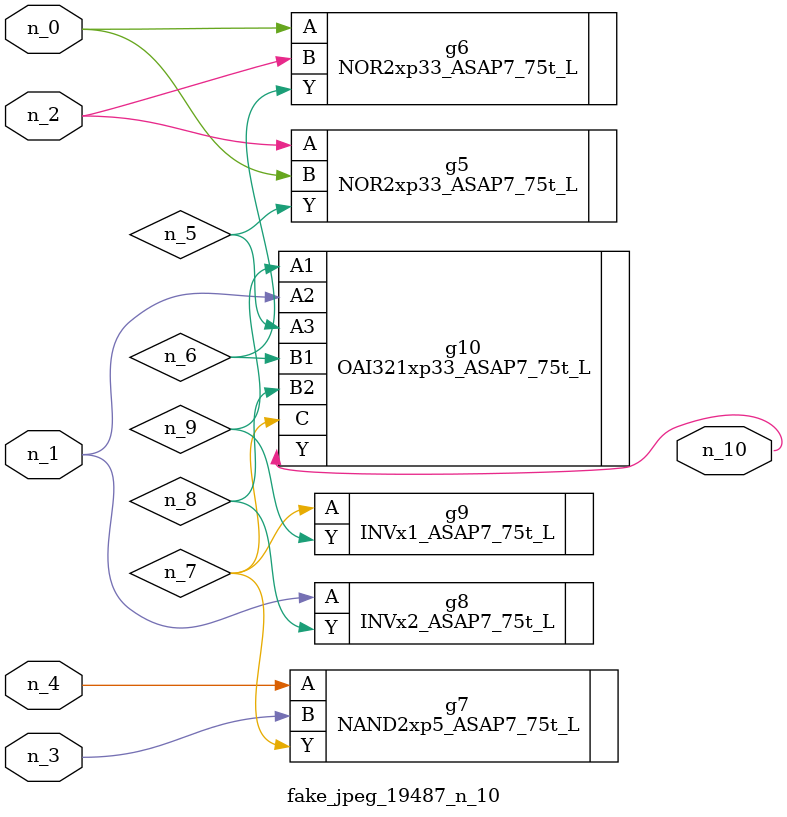
<source format=v>
module fake_jpeg_19487_n_10 (n_3, n_2, n_1, n_0, n_4, n_10);

input n_3;
input n_2;
input n_1;
input n_0;
input n_4;

output n_10;

wire n_8;
wire n_9;
wire n_6;
wire n_5;
wire n_7;

NOR2xp33_ASAP7_75t_L g5 ( 
.A(n_2),
.B(n_0),
.Y(n_5)
);

NOR2xp33_ASAP7_75t_L g6 ( 
.A(n_0),
.B(n_2),
.Y(n_6)
);

NAND2xp5_ASAP7_75t_L g7 ( 
.A(n_4),
.B(n_3),
.Y(n_7)
);

INVx2_ASAP7_75t_L g8 ( 
.A(n_1),
.Y(n_8)
);

INVx1_ASAP7_75t_L g9 ( 
.A(n_7),
.Y(n_9)
);

OAI321xp33_ASAP7_75t_L g10 ( 
.A1(n_9),
.A2(n_1),
.A3(n_5),
.B1(n_6),
.B2(n_8),
.C(n_7),
.Y(n_10)
);


endmodule
</source>
